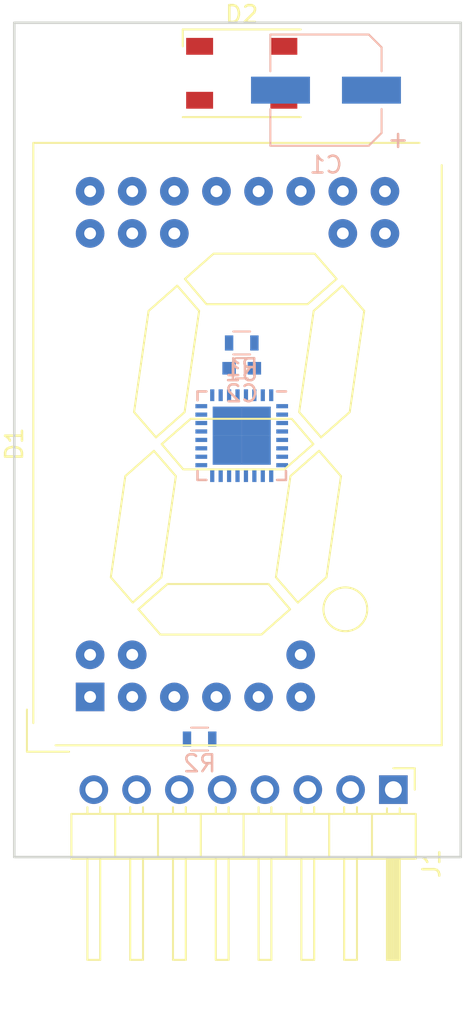
<source format=kicad_pcb>
(kicad_pcb (version 4) (host pcbnew 4.0.6)

  (general
    (links 45)
    (no_connects 45)
    (area 0 0 0 0)
    (thickness 1.6)
    (drawings 4)
    (tracks 0)
    (zones 0)
    (modules 8)
    (nets 34)
  )

  (page USLetter)
  (layers
    (0 F.Cu signal)
    (31 B.Cu signal)
    (32 B.Adhes user)
    (33 F.Adhes user)
    (34 B.Paste user)
    (35 F.Paste user)
    (36 B.SilkS user)
    (37 F.SilkS user)
    (38 B.Mask user)
    (39 F.Mask user)
    (40 Dwgs.User user)
    (41 Cmts.User user)
    (42 Eco1.User user)
    (43 Eco2.User user)
    (44 Edge.Cuts user)
    (45 Margin user)
    (46 B.CrtYd user)
    (47 F.CrtYd user)
    (48 B.Fab user)
    (49 F.Fab user)
  )

  (setup
    (last_trace_width 0.25)
    (trace_clearance 0.2)
    (zone_clearance 0.508)
    (zone_45_only no)
    (trace_min 0.2)
    (segment_width 0.2)
    (edge_width 0.15)
    (via_size 0.6)
    (via_drill 0.4)
    (via_min_size 0.4)
    (via_min_drill 0.3)
    (uvia_size 0.3)
    (uvia_drill 0.1)
    (uvias_allowed no)
    (uvia_min_size 0.2)
    (uvia_min_drill 0.1)
    (pcb_text_width 0.3)
    (pcb_text_size 1.5 1.5)
    (mod_edge_width 0.15)
    (mod_text_size 1 1)
    (mod_text_width 0.15)
    (pad_size 1.524 1.524)
    (pad_drill 0.762)
    (pad_to_mask_clearance 0.2)
    (aux_axis_origin 0 0)
    (visible_elements FFFFF77F)
    (pcbplotparams
      (layerselection 0x00030_80000001)
      (usegerberextensions false)
      (excludeedgelayer true)
      (linewidth 0.100000)
      (plotframeref false)
      (viasonmask false)
      (mode 1)
      (useauxorigin false)
      (hpglpennumber 1)
      (hpglpenspeed 20)
      (hpglpendiameter 15)
      (hpglpenoverlay 2)
      (psnegative false)
      (psa4output false)
      (plotreference true)
      (plotvalue true)
      (plotinvisibletext false)
      (padsonsilk false)
      (subtractmaskfromsilk false)
      (outputformat 1)
      (mirror false)
      (drillshape 1)
      (scaleselection 1)
      (outputdirectory ""))
  )

  (net 0 "")
  (net 1 /VLED)
  (net 2 GND)
  (net 3 VCC)
  (net 4 "Net-(D1-Pad1)")
  (net 5 "Net-(D1-Pad2)")
  (net 6 "Net-(D1-Pad3)")
  (net 7 "Net-(D1-Pad4)")
  (net 8 "Net-(D1-Pad5)")
  (net 9 "Net-(D1-Pad6)")
  (net 10 "Net-(D1-Pad9)")
  (net 11 "Net-(D1-Pad10)")
  (net 12 "Net-(D1-Pad11)")
  (net 13 "Net-(D1-Pad13)")
  (net 14 "Net-(D1-Pad14)")
  (net 15 "Net-(D1-Pad15)")
  (net 16 "Net-(D1-Pad16)")
  (net 17 "Net-(D1-Pad18)")
  (net 18 "Net-(D1-Pad19)")
  (net 19 "Net-(D1-Pad20)")
  (net 20 "Net-(D1-Pad21)")
  (net 21 "Net-(D1-Pad22)")
  (net 22 "Net-(D1-Pad23)")
  (net 23 "Net-(D1-Pad24)")
  (net 24 "Net-(D1-Pad25)")
  (net 25 "Net-(D2-Pad3)")
  (net 26 "Net-(D2-Pad4)")
  (net 27 "Net-(D2-Pad1)")
  (net 28 "Net-(J1-Pad1)")
  (net 29 "Net-(J1-Pad2)")
  (net 30 "Net-(J1-Pad3)")
  (net 31 "Net-(J1-Pad4)")
  (net 32 "Net-(J1-Pad5)")
  (net 33 "Net-(R1-Pad1)")

  (net_class Default "This is the default net class."
    (clearance 0.2)
    (trace_width 0.25)
    (via_dia 0.6)
    (via_drill 0.4)
    (uvia_dia 0.3)
    (uvia_drill 0.1)
    (add_net /VLED)
    (add_net GND)
    (add_net "Net-(D1-Pad1)")
    (add_net "Net-(D1-Pad10)")
    (add_net "Net-(D1-Pad11)")
    (add_net "Net-(D1-Pad13)")
    (add_net "Net-(D1-Pad14)")
    (add_net "Net-(D1-Pad15)")
    (add_net "Net-(D1-Pad16)")
    (add_net "Net-(D1-Pad18)")
    (add_net "Net-(D1-Pad19)")
    (add_net "Net-(D1-Pad2)")
    (add_net "Net-(D1-Pad20)")
    (add_net "Net-(D1-Pad21)")
    (add_net "Net-(D1-Pad22)")
    (add_net "Net-(D1-Pad23)")
    (add_net "Net-(D1-Pad24)")
    (add_net "Net-(D1-Pad25)")
    (add_net "Net-(D1-Pad3)")
    (add_net "Net-(D1-Pad4)")
    (add_net "Net-(D1-Pad5)")
    (add_net "Net-(D1-Pad6)")
    (add_net "Net-(D1-Pad9)")
    (add_net "Net-(D2-Pad1)")
    (add_net "Net-(D2-Pad3)")
    (add_net "Net-(D2-Pad4)")
    (add_net "Net-(J1-Pad1)")
    (add_net "Net-(J1-Pad2)")
    (add_net "Net-(J1-Pad3)")
    (add_net "Net-(J1-Pad4)")
    (add_net "Net-(J1-Pad5)")
    (add_net "Net-(R1-Pad1)")
    (add_net VCC)
  )

  (module Capacitors_SMD:CP_Elec_6.3x7.7 (layer B.Cu) (tedit 58AA8B76) (tstamp 59B82B97)
    (at 195 80 180)
    (descr "SMT capacitor, aluminium electrolytic, 6.3x7.7")
    (path /59B79947)
    (attr smd)
    (fp_text reference C1 (at 0 -4.43 180) (layer B.SilkS)
      (effects (font (size 1 1) (thickness 0.15)) (justify mirror))
    )
    (fp_text value 100uF (at 0 4.43 180) (layer B.Fab)
      (effects (font (size 1 1) (thickness 0.15)) (justify mirror))
    )
    (fp_circle (center 0 0) (end 0.5 -3) (layer B.Fab) (width 0.1))
    (fp_text user + (at -1.73 0.08 180) (layer B.Fab)
      (effects (font (size 1 1) (thickness 0.15)) (justify mirror))
    )
    (fp_text user + (at -4.28 -2.91 180) (layer B.SilkS)
      (effects (font (size 1 1) (thickness 0.15)) (justify mirror))
    )
    (fp_text user %R (at 0 -4.43 180) (layer B.Fab)
      (effects (font (size 1 1) (thickness 0.15)) (justify mirror))
    )
    (fp_line (start 3.15 -3.15) (end 3.15 3.15) (layer B.Fab) (width 0.1))
    (fp_line (start -2.48 -3.15) (end 3.15 -3.15) (layer B.Fab) (width 0.1))
    (fp_line (start -3.15 -2.48) (end -2.48 -3.15) (layer B.Fab) (width 0.1))
    (fp_line (start -3.15 2.48) (end -3.15 -2.48) (layer B.Fab) (width 0.1))
    (fp_line (start -2.48 3.15) (end -3.15 2.48) (layer B.Fab) (width 0.1))
    (fp_line (start 3.15 3.15) (end -2.48 3.15) (layer B.Fab) (width 0.1))
    (fp_line (start -3.3 -2.54) (end -3.3 -1.12) (layer B.SilkS) (width 0.12))
    (fp_line (start 3.3 -3.3) (end 3.3 -1.12) (layer B.SilkS) (width 0.12))
    (fp_line (start 3.3 3.3) (end 3.3 1.12) (layer B.SilkS) (width 0.12))
    (fp_line (start -3.3 2.54) (end -3.3 1.12) (layer B.SilkS) (width 0.12))
    (fp_line (start 3.3 -3.3) (end -2.54 -3.3) (layer B.SilkS) (width 0.12))
    (fp_line (start -2.54 -3.3) (end -3.3 -2.54) (layer B.SilkS) (width 0.12))
    (fp_line (start -3.3 2.54) (end -2.54 3.3) (layer B.SilkS) (width 0.12))
    (fp_line (start -2.54 3.3) (end 3.3 3.3) (layer B.SilkS) (width 0.12))
    (fp_line (start -4.7 3.4) (end 4.7 3.4) (layer B.CrtYd) (width 0.05))
    (fp_line (start -4.7 3.4) (end -4.7 -3.4) (layer B.CrtYd) (width 0.05))
    (fp_line (start 4.7 -3.4) (end 4.7 3.4) (layer B.CrtYd) (width 0.05))
    (fp_line (start 4.7 -3.4) (end -4.7 -3.4) (layer B.CrtYd) (width 0.05))
    (pad 1 smd rect (at -2.7 0) (size 3.5 1.6) (layers B.Cu B.Paste B.Mask)
      (net 1 /VLED))
    (pad 2 smd rect (at 2.7 0) (size 3.5 1.6) (layers B.Cu B.Paste B.Mask)
      (net 2 GND))
    (model Capacitors_SMD.3dshapes/CP_Elec_6.3x7.7.wrl
      (at (xyz 0 0 0))
      (scale (xyz 1 1 1))
      (rotate (xyz 0 0 180))
    )
  )

  (module Capacitors_SMD:C_0603 (layer B.Cu) (tedit 59958EE7) (tstamp 59B82B9D)
    (at 190 96.5)
    (descr "Capacitor SMD 0603, reflow soldering, AVX (see smccp.pdf)")
    (tags "capacitor 0603")
    (path /59B79BCD)
    (attr smd)
    (fp_text reference C2 (at 0 1.5) (layer B.SilkS)
      (effects (font (size 1 1) (thickness 0.15)) (justify mirror))
    )
    (fp_text value 0.1uF (at 0 -1.5) (layer B.Fab)
      (effects (font (size 1 1) (thickness 0.15)) (justify mirror))
    )
    (fp_line (start 1.4 -0.65) (end -1.4 -0.65) (layer B.CrtYd) (width 0.05))
    (fp_line (start 1.4 -0.65) (end 1.4 0.65) (layer B.CrtYd) (width 0.05))
    (fp_line (start -1.4 0.65) (end -1.4 -0.65) (layer B.CrtYd) (width 0.05))
    (fp_line (start -1.4 0.65) (end 1.4 0.65) (layer B.CrtYd) (width 0.05))
    (fp_line (start 0.35 -0.6) (end -0.35 -0.6) (layer B.SilkS) (width 0.12))
    (fp_line (start -0.35 0.6) (end 0.35 0.6) (layer B.SilkS) (width 0.12))
    (fp_line (start -0.8 0.4) (end 0.8 0.4) (layer B.Fab) (width 0.1))
    (fp_line (start 0.8 0.4) (end 0.8 -0.4) (layer B.Fab) (width 0.1))
    (fp_line (start 0.8 -0.4) (end -0.8 -0.4) (layer B.Fab) (width 0.1))
    (fp_line (start -0.8 -0.4) (end -0.8 0.4) (layer B.Fab) (width 0.1))
    (fp_text user %R (at 0 0) (layer B.Fab)
      (effects (font (size 0.3 0.3) (thickness 0.075)) (justify mirror))
    )
    (pad 2 smd rect (at 0.75 0) (size 0.8 0.75) (layers B.Cu B.Paste B.Mask)
      (net 2 GND))
    (pad 1 smd rect (at -0.75 0) (size 0.8 0.75) (layers B.Cu B.Paste B.Mask)
      (net 3 VCC))
    (model Capacitors_SMD.3dshapes/C_0603.wrl
      (at (xyz 0 0 0))
      (scale (xyz 1 1 1))
      (rotate (xyz 0 0 0))
    )
  )

  (module myLibrary:AD-121F2 (layer F.Cu) (tedit 59B759BA) (tstamp 59B82BB9)
    (at 181 116 90)
    (descr "Single Digit 7-segment RGB LED Display, 1-inch digit height, common anode, http://usasyck.com/products/AD-121F2_cat_e.pdf")
    (tags "RGB LED digit")
    (path /59B77441)
    (fp_text reference D1 (at 15 -4.5 90) (layer F.SilkS)
      (effects (font (size 1 1) (thickness 0.15)))
    )
    (fp_text value AD-121F2 (at 15 22 90) (layer F.Fab)
      (effects (font (size 1 1) (thickness 0.15)))
    )
    (fp_circle (center 5.2 15.15) (end 6.5 15.15) (layer F.SilkS) (width 0.12))
    (fp_line (start 32.75 -3.25) (end 32.75 20.75) (layer F.Fab) (width 0.1))
    (fp_line (start 32.75 20.75) (end -2.75 20.75) (layer F.Fab) (width 0.1))
    (fp_line (start -2.75 20.75) (end -2.75 -1.25) (layer F.Fab) (width 0.1))
    (fp_line (start -2.75 -1.25) (end -0.75 -3.25) (layer F.Fab) (width 0.1))
    (fp_line (start -0.75 -3.25) (end 32.75 -3.25) (layer F.Fab) (width 0.1))
    (fp_line (start -1.55 -3.37) (end 32.87 -3.37) (layer F.SilkS) (width 0.12))
    (fp_line (start 32.87 -3.37) (end 32.87 19.55) (layer F.SilkS) (width 0.12))
    (fp_line (start 31.55 20.87) (end -2.87 20.87) (layer F.SilkS) (width 0.12))
    (fp_line (start -2.87 20.87) (end -2.87 -2.05) (layer F.SilkS) (width 0.12))
    (fp_line (start -3.25 -1.25) (end -3.25 -3.75) (layer F.SilkS) (width 0.12))
    (fp_line (start -3.25 -3.75) (end -0.75 -3.75) (layer F.SilkS) (width 0.12))
    (fp_line (start 24.8 5.63) (end 26.3 7.33) (layer F.SilkS) (width 0.12))
    (fp_line (start 26.3 7.33) (end 26.3 13.33) (layer F.SilkS) (width 0.12))
    (fp_line (start 26.3 13.33) (end 24.8 14.63) (layer F.SilkS) (width 0.12))
    (fp_line (start 24.8 14.63) (end 23.3 12.91) (layer F.SilkS) (width 0.12))
    (fp_line (start 23.3 12.91) (end 23.3 6.91) (layer F.SilkS) (width 0.12))
    (fp_line (start 23.3 6.91) (end 24.8 5.63) (layer F.SilkS) (width 0.12))
    (fp_line (start 24.8 5.63) (end 24.8 5.63) (layer F.SilkS) (width 0.12))
    (fp_line (start 15.4 13.71) (end 16.9 15.41) (layer F.SilkS) (width 0.12))
    (fp_line (start 16.9 15.41) (end 22.9 16.27) (layer F.SilkS) (width 0.12))
    (fp_line (start 22.9 16.27) (end 24.4 14.97) (layer F.SilkS) (width 0.12))
    (fp_line (start 24.4 14.97) (end 22.9 13.27) (layer F.SilkS) (width 0.12))
    (fp_line (start 22.9 13.27) (end 16.9 12.41) (layer F.SilkS) (width 0.12))
    (fp_line (start 16.9 12.41) (end 15.4 13.71) (layer F.SilkS) (width 0.12))
    (fp_line (start 15.4 13.71) (end 15.4 13.71) (layer F.SilkS) (width 0.12))
    (fp_line (start 5.6 12.33) (end 7.1 14.03) (layer F.SilkS) (width 0.12))
    (fp_line (start 7.1 14.03) (end 13.1 14.89) (layer F.SilkS) (width 0.12))
    (fp_line (start 13.1 14.89) (end 14.6 13.59) (layer F.SilkS) (width 0.12))
    (fp_line (start 14.6 13.59) (end 13.1 11.89) (layer F.SilkS) (width 0.12))
    (fp_line (start 13.1 11.89) (end 7.1 11.03) (layer F.SilkS) (width 0.12))
    (fp_line (start 7.1 11.03) (end 5.6 12.33) (layer F.SilkS) (width 0.12))
    (fp_line (start 5.6 12.33) (end 5.6 12.33) (layer F.SilkS) (width 0.12))
    (fp_line (start 5.2 2.87) (end 6.7 4.59) (layer F.SilkS) (width 0.12))
    (fp_line (start 6.7 4.59) (end 6.7 10.59) (layer F.SilkS) (width 0.12))
    (fp_line (start 6.7 10.59) (end 5.2 11.87) (layer F.SilkS) (width 0.12))
    (fp_line (start 5.2 11.87) (end 3.7 10.17) (layer F.SilkS) (width 0.12))
    (fp_line (start 3.7 10.17) (end 3.7 4.17) (layer F.SilkS) (width 0.12))
    (fp_line (start 3.7 4.17) (end 5.2 2.87) (layer F.SilkS) (width 0.12))
    (fp_line (start 5.2 2.87) (end 5.2 2.87) (layer F.SilkS) (width 0.12))
    (fp_line (start 5.6 2.53) (end 7.1 4.23) (layer F.SilkS) (width 0.12))
    (fp_line (start 7.1 4.23) (end 13.1 5.09) (layer F.SilkS) (width 0.12))
    (fp_line (start 13.1 5.09) (end 14.6 3.79) (layer F.SilkS) (width 0.12))
    (fp_line (start 14.6 3.79) (end 13.1 2.09) (layer F.SilkS) (width 0.12))
    (fp_line (start 13.1 2.09) (end 7.1 1.23) (layer F.SilkS) (width 0.12))
    (fp_line (start 7.1 1.23) (end 5.6 2.53) (layer F.SilkS) (width 0.12))
    (fp_line (start 5.6 2.53) (end 5.6 2.53) (layer F.SilkS) (width 0.12))
    (fp_line (start 15.4 3.91) (end 16.9 5.61) (layer F.SilkS) (width 0.12))
    (fp_line (start 16.9 5.61) (end 22.9 6.47) (layer F.SilkS) (width 0.12))
    (fp_line (start 22.9 6.47) (end 24.4 5.17) (layer F.SilkS) (width 0.12))
    (fp_line (start 24.4 5.17) (end 22.9 3.47) (layer F.SilkS) (width 0.12))
    (fp_line (start 22.9 3.47) (end 16.9 2.61) (layer F.SilkS) (width 0.12))
    (fp_line (start 16.9 2.61) (end 15.4 3.91) (layer F.SilkS) (width 0.12))
    (fp_line (start 15.4 3.91) (end 15.4 3.91) (layer F.SilkS) (width 0.12))
    (fp_line (start 15 4.25) (end 16.5 5.97) (layer F.SilkS) (width 0.12))
    (fp_line (start 16.5 5.97) (end 16.5 11.97) (layer F.SilkS) (width 0.12))
    (fp_line (start 16.5 11.97) (end 15 13.25) (layer F.SilkS) (width 0.12))
    (fp_line (start 15 13.25) (end 13.5 11.53) (layer F.SilkS) (width 0.12))
    (fp_line (start 13.5 11.53) (end 13.5 5.53) (layer F.SilkS) (width 0.12))
    (fp_line (start 13.5 5.53) (end 15 4.25) (layer F.SilkS) (width 0.12))
    (fp_line (start 15 4.25) (end 15 4.25) (layer F.SilkS) (width 0.12))
    (fp_line (start -3 -3.5) (end -3 21) (layer F.CrtYd) (width 0.05))
    (fp_line (start -3 21) (end 33 21) (layer F.CrtYd) (width 0.05))
    (fp_line (start 33 21) (end 33 -3.5) (layer F.CrtYd) (width 0.05))
    (fp_line (start 33 -3.5) (end -3 -3.5) (layer F.CrtYd) (width 0.05))
    (fp_text user %R (at 15 8.75 90) (layer F.Fab)
      (effects (font (size 1 1) (thickness 0.15)))
    )
    (pad 1 thru_hole rect (at 0 0 90) (size 1.7 1.7) (drill 0.7) (layers *.Cu *.Mask)
      (net 4 "Net-(D1-Pad1)"))
    (pad 2 thru_hole circle (at 0 2.5 90) (size 1.7 1.7) (drill 0.7) (layers *.Cu *.Mask)
      (net 5 "Net-(D1-Pad2)"))
    (pad 3 thru_hole circle (at 0 5 90) (size 1.7 1.7) (drill 0.7) (layers *.Cu *.Mask)
      (net 6 "Net-(D1-Pad3)"))
    (pad 4 thru_hole circle (at 0 7.5 90) (size 1.7 1.7) (drill 0.7) (layers *.Cu *.Mask)
      (net 7 "Net-(D1-Pad4)"))
    (pad 5 thru_hole circle (at 0 10 90) (size 1.7 1.7) (drill 0.7) (layers *.Cu *.Mask)
      (net 8 "Net-(D1-Pad5)"))
    (pad 6 thru_hole circle (at 0 12.5 90) (size 1.7 1.7) (drill 0.7) (layers *.Cu *.Mask)
      (net 9 "Net-(D1-Pad6)"))
    (pad 9 thru_hole circle (at 2.5 0 90) (size 1.7 1.7) (drill 0.7) (layers *.Cu *.Mask)
      (net 10 "Net-(D1-Pad9)"))
    (pad 10 thru_hole circle (at 2.5 2.5 90) (size 1.7 1.7) (drill 0.7) (layers *.Cu *.Mask)
      (net 11 "Net-(D1-Pad10)"))
    (pad 11 thru_hole circle (at 2.5 12.5 90) (size 1.7 1.7) (drill 0.7) (layers *.Cu *.Mask)
      (net 12 "Net-(D1-Pad11)"))
    (pad 13 thru_hole circle (at 27.5 0 90) (size 1.7 1.7) (drill 0.7) (layers *.Cu *.Mask)
      (net 13 "Net-(D1-Pad13)"))
    (pad 14 thru_hole circle (at 27.5 2.5 90) (size 1.7 1.7) (drill 0.7) (layers *.Cu *.Mask)
      (net 14 "Net-(D1-Pad14)"))
    (pad 15 thru_hole circle (at 27.5 5 90) (size 1.7 1.7) (drill 0.7) (layers *.Cu *.Mask)
      (net 15 "Net-(D1-Pad15)"))
    (pad 16 thru_hole circle (at 27.5 15 90) (size 1.7 1.7) (drill 0.7) (layers *.Cu *.Mask)
      (net 16 "Net-(D1-Pad16)"))
    (pad 17 thru_hole circle (at 27.5 17.5 90) (size 1.7 1.7) (drill 0.7) (layers *.Cu *.Mask)
      (net 1 /VLED))
    (pad 18 thru_hole circle (at 30 0 90) (size 1.7 1.7) (drill 0.7) (layers *.Cu *.Mask)
      (net 17 "Net-(D1-Pad18)"))
    (pad 19 thru_hole circle (at 30 2.5 90) (size 1.7 1.7) (drill 0.7) (layers *.Cu *.Mask)
      (net 18 "Net-(D1-Pad19)"))
    (pad 20 thru_hole circle (at 30 5 90) (size 1.7 1.7) (drill 0.7) (layers *.Cu *.Mask)
      (net 19 "Net-(D1-Pad20)"))
    (pad 21 thru_hole circle (at 30 7.5 90) (size 1.7 1.7) (drill 0.7) (layers *.Cu *.Mask)
      (net 20 "Net-(D1-Pad21)"))
    (pad 22 thru_hole circle (at 30 10 90) (size 1.7 1.7) (drill 0.7) (layers *.Cu *.Mask)
      (net 21 "Net-(D1-Pad22)"))
    (pad 23 thru_hole circle (at 30 12.5 90) (size 1.7 1.7) (drill 0.7) (layers *.Cu *.Mask)
      (net 22 "Net-(D1-Pad23)"))
    (pad 24 thru_hole circle (at 30 15 90) (size 1.7 1.7) (drill 0.7) (layers *.Cu *.Mask)
      (net 23 "Net-(D1-Pad24)"))
    (pad 25 thru_hole circle (at 30 17.5 90) (size 1.7 1.7) (drill 0.7) (layers *.Cu *.Mask)
      (net 24 "Net-(D1-Pad25)"))
    (pad "" np_thru_hole circle (at -2.25 -2.75 90) (size 1.2 1.2) (drill 1.2) (layers *.Cu *.Mask))
    (pad "" np_thru_hole circle (at 32.25 20.25 90) (size 1.2 1.2) (drill 1.2) (layers *.Cu *.Mask))
    (model ${KISYS3DMOD}/Displays_7-Segment.3dshapes/AD-121F2.wrl
      (at (xyz 0 0 0))
      (scale (xyz 1 1 1))
      (rotate (xyz 0 0 0))
    )
  )

  (module LEDs:LED_Cree-PLCC4 (layer F.Cu) (tedit 587A6E6E) (tstamp 59B82BC1)
    (at 190 79)
    (descr http://www.cree.com/~/media/Files/Cree/LED-Components-and-Modules/HB/Data-Sheets/CLMVBFKA.pdf)
    (tags "LED Cree PLCC-4")
    (path /59B77822)
    (attr smd)
    (fp_text reference D2 (at 0 -3.5) (layer F.SilkS)
      (effects (font (size 1 1) (thickness 0.15)))
    )
    (fp_text value LED_RABG (at 0 4) (layer F.Fab)
      (effects (font (size 1 1) (thickness 0.15)))
    )
    (fp_line (start 3.75 -2.85) (end -3.75 -2.85) (layer F.CrtYd) (width 0.05))
    (fp_line (start 3.75 2.85) (end 3.75 -2.85) (layer F.CrtYd) (width 0.05))
    (fp_line (start -3.75 2.85) (end 3.75 2.85) (layer F.CrtYd) (width 0.05))
    (fp_line (start -3.75 -2.85) (end -3.75 2.85) (layer F.CrtYd) (width 0.05))
    (fp_line (start -1.5 -2.5) (end -2.5 -1.5) (layer F.Fab) (width 0.1))
    (fp_line (start -2.5 -2.5) (end -2.5 2.5) (layer F.Fab) (width 0.1))
    (fp_line (start -2.5 2.5) (end 2.5 2.5) (layer F.Fab) (width 0.1))
    (fp_line (start 2.5 2.5) (end 2.5 -2.5) (layer F.Fab) (width 0.1))
    (fp_line (start 2.5 -2.5) (end -2.5 -2.5) (layer F.Fab) (width 0.1))
    (fp_line (start -3.5 -2.6) (end 3.5 -2.6) (layer F.SilkS) (width 0.12))
    (fp_line (start -3.5 2.6) (end 3.5 2.6) (layer F.SilkS) (width 0.12))
    (fp_line (start -3.5 -1.6) (end -3.5 -2.6) (layer F.SilkS) (width 0.12))
    (fp_circle (center 0 0) (end 0 -2) (layer F.Fab) (width 0.1))
    (fp_text user %R (at 0 0) (layer F.Fab)
      (effects (font (size 1 1) (thickness 0.1)))
    )
    (pad 3 smd rect (at 2.5 1.6) (size 1.6 1) (layers F.Cu F.Paste F.Mask)
      (net 25 "Net-(D2-Pad3)"))
    (pad 2 smd rect (at 2.5 -1.6) (size 1.6 1) (layers F.Cu F.Paste F.Mask)
      (net 1 /VLED))
    (pad 4 smd rect (at -2.5 1.6) (size 1.6 1) (layers F.Cu F.Paste F.Mask)
      (net 26 "Net-(D2-Pad4)"))
    (pad 1 smd rect (at -2.5 -1.6) (size 1.6 1) (layers F.Cu F.Paste F.Mask)
      (net 27 "Net-(D2-Pad1)"))
    (model ${KISYS3DMOD}/LEDs.3dshapes/LED_Cree-PLCC4.wrl
      (at (xyz 0 0 0))
      (scale (xyz 0.39 0.39 0.39))
      (rotate (xyz 0 0 0))
    )
  )

  (module Pin_Headers:Pin_Header_Angled_1x08_Pitch2.54mm (layer F.Cu) (tedit 59650532) (tstamp 59B82C42)
    (at 199 121.5 270)
    (descr "Through hole angled pin header, 1x08, 2.54mm pitch, 6mm pin length, single row")
    (tags "Through hole angled pin header THT 1x08 2.54mm single row")
    (path /59B77FB5)
    (fp_text reference J1 (at 4.385 -2.27 270) (layer F.SilkS)
      (effects (font (size 1 1) (thickness 0.15)))
    )
    (fp_text value RGB7Breakout_Connector (at 4.385 20.05 270) (layer F.Fab)
      (effects (font (size 1 1) (thickness 0.15)))
    )
    (fp_line (start 2.135 -1.27) (end 4.04 -1.27) (layer F.Fab) (width 0.1))
    (fp_line (start 4.04 -1.27) (end 4.04 19.05) (layer F.Fab) (width 0.1))
    (fp_line (start 4.04 19.05) (end 1.5 19.05) (layer F.Fab) (width 0.1))
    (fp_line (start 1.5 19.05) (end 1.5 -0.635) (layer F.Fab) (width 0.1))
    (fp_line (start 1.5 -0.635) (end 2.135 -1.27) (layer F.Fab) (width 0.1))
    (fp_line (start -0.32 -0.32) (end 1.5 -0.32) (layer F.Fab) (width 0.1))
    (fp_line (start -0.32 -0.32) (end -0.32 0.32) (layer F.Fab) (width 0.1))
    (fp_line (start -0.32 0.32) (end 1.5 0.32) (layer F.Fab) (width 0.1))
    (fp_line (start 4.04 -0.32) (end 10.04 -0.32) (layer F.Fab) (width 0.1))
    (fp_line (start 10.04 -0.32) (end 10.04 0.32) (layer F.Fab) (width 0.1))
    (fp_line (start 4.04 0.32) (end 10.04 0.32) (layer F.Fab) (width 0.1))
    (fp_line (start -0.32 2.22) (end 1.5 2.22) (layer F.Fab) (width 0.1))
    (fp_line (start -0.32 2.22) (end -0.32 2.86) (layer F.Fab) (width 0.1))
    (fp_line (start -0.32 2.86) (end 1.5 2.86) (layer F.Fab) (width 0.1))
    (fp_line (start 4.04 2.22) (end 10.04 2.22) (layer F.Fab) (width 0.1))
    (fp_line (start 10.04 2.22) (end 10.04 2.86) (layer F.Fab) (width 0.1))
    (fp_line (start 4.04 2.86) (end 10.04 2.86) (layer F.Fab) (width 0.1))
    (fp_line (start -0.32 4.76) (end 1.5 4.76) (layer F.Fab) (width 0.1))
    (fp_line (start -0.32 4.76) (end -0.32 5.4) (layer F.Fab) (width 0.1))
    (fp_line (start -0.32 5.4) (end 1.5 5.4) (layer F.Fab) (width 0.1))
    (fp_line (start 4.04 4.76) (end 10.04 4.76) (layer F.Fab) (width 0.1))
    (fp_line (start 10.04 4.76) (end 10.04 5.4) (layer F.Fab) (width 0.1))
    (fp_line (start 4.04 5.4) (end 10.04 5.4) (layer F.Fab) (width 0.1))
    (fp_line (start -0.32 7.3) (end 1.5 7.3) (layer F.Fab) (width 0.1))
    (fp_line (start -0.32 7.3) (end -0.32 7.94) (layer F.Fab) (width 0.1))
    (fp_line (start -0.32 7.94) (end 1.5 7.94) (layer F.Fab) (width 0.1))
    (fp_line (start 4.04 7.3) (end 10.04 7.3) (layer F.Fab) (width 0.1))
    (fp_line (start 10.04 7.3) (end 10.04 7.94) (layer F.Fab) (width 0.1))
    (fp_line (start 4.04 7.94) (end 10.04 7.94) (layer F.Fab) (width 0.1))
    (fp_line (start -0.32 9.84) (end 1.5 9.84) (layer F.Fab) (width 0.1))
    (fp_line (start -0.32 9.84) (end -0.32 10.48) (layer F.Fab) (width 0.1))
    (fp_line (start -0.32 10.48) (end 1.5 10.48) (layer F.Fab) (width 0.1))
    (fp_line (start 4.04 9.84) (end 10.04 9.84) (layer F.Fab) (width 0.1))
    (fp_line (start 10.04 9.84) (end 10.04 10.48) (layer F.Fab) (width 0.1))
    (fp_line (start 4.04 10.48) (end 10.04 10.48) (layer F.Fab) (width 0.1))
    (fp_line (start -0.32 12.38) (end 1.5 12.38) (layer F.Fab) (width 0.1))
    (fp_line (start -0.32 12.38) (end -0.32 13.02) (layer F.Fab) (width 0.1))
    (fp_line (start -0.32 13.02) (end 1.5 13.02) (layer F.Fab) (width 0.1))
    (fp_line (start 4.04 12.38) (end 10.04 12.38) (layer F.Fab) (width 0.1))
    (fp_line (start 10.04 12.38) (end 10.04 13.02) (layer F.Fab) (width 0.1))
    (fp_line (start 4.04 13.02) (end 10.04 13.02) (layer F.Fab) (width 0.1))
    (fp_line (start -0.32 14.92) (end 1.5 14.92) (layer F.Fab) (width 0.1))
    (fp_line (start -0.32 14.92) (end -0.32 15.56) (layer F.Fab) (width 0.1))
    (fp_line (start -0.32 15.56) (end 1.5 15.56) (layer F.Fab) (width 0.1))
    (fp_line (start 4.04 14.92) (end 10.04 14.92) (layer F.Fab) (width 0.1))
    (fp_line (start 10.04 14.92) (end 10.04 15.56) (layer F.Fab) (width 0.1))
    (fp_line (start 4.04 15.56) (end 10.04 15.56) (layer F.Fab) (width 0.1))
    (fp_line (start -0.32 17.46) (end 1.5 17.46) (layer F.Fab) (width 0.1))
    (fp_line (start -0.32 17.46) (end -0.32 18.1) (layer F.Fab) (width 0.1))
    (fp_line (start -0.32 18.1) (end 1.5 18.1) (layer F.Fab) (width 0.1))
    (fp_line (start 4.04 17.46) (end 10.04 17.46) (layer F.Fab) (width 0.1))
    (fp_line (start 10.04 17.46) (end 10.04 18.1) (layer F.Fab) (width 0.1))
    (fp_line (start 4.04 18.1) (end 10.04 18.1) (layer F.Fab) (width 0.1))
    (fp_line (start 1.44 -1.33) (end 1.44 19.11) (layer F.SilkS) (width 0.12))
    (fp_line (start 1.44 19.11) (end 4.1 19.11) (layer F.SilkS) (width 0.12))
    (fp_line (start 4.1 19.11) (end 4.1 -1.33) (layer F.SilkS) (width 0.12))
    (fp_line (start 4.1 -1.33) (end 1.44 -1.33) (layer F.SilkS) (width 0.12))
    (fp_line (start 4.1 -0.38) (end 10.1 -0.38) (layer F.SilkS) (width 0.12))
    (fp_line (start 10.1 -0.38) (end 10.1 0.38) (layer F.SilkS) (width 0.12))
    (fp_line (start 10.1 0.38) (end 4.1 0.38) (layer F.SilkS) (width 0.12))
    (fp_line (start 4.1 -0.32) (end 10.1 -0.32) (layer F.SilkS) (width 0.12))
    (fp_line (start 4.1 -0.2) (end 10.1 -0.2) (layer F.SilkS) (width 0.12))
    (fp_line (start 4.1 -0.08) (end 10.1 -0.08) (layer F.SilkS) (width 0.12))
    (fp_line (start 4.1 0.04) (end 10.1 0.04) (layer F.SilkS) (width 0.12))
    (fp_line (start 4.1 0.16) (end 10.1 0.16) (layer F.SilkS) (width 0.12))
    (fp_line (start 4.1 0.28) (end 10.1 0.28) (layer F.SilkS) (width 0.12))
    (fp_line (start 1.11 -0.38) (end 1.44 -0.38) (layer F.SilkS) (width 0.12))
    (fp_line (start 1.11 0.38) (end 1.44 0.38) (layer F.SilkS) (width 0.12))
    (fp_line (start 1.44 1.27) (end 4.1 1.27) (layer F.SilkS) (width 0.12))
    (fp_line (start 4.1 2.16) (end 10.1 2.16) (layer F.SilkS) (width 0.12))
    (fp_line (start 10.1 2.16) (end 10.1 2.92) (layer F.SilkS) (width 0.12))
    (fp_line (start 10.1 2.92) (end 4.1 2.92) (layer F.SilkS) (width 0.12))
    (fp_line (start 1.042929 2.16) (end 1.44 2.16) (layer F.SilkS) (width 0.12))
    (fp_line (start 1.042929 2.92) (end 1.44 2.92) (layer F.SilkS) (width 0.12))
    (fp_line (start 1.44 3.81) (end 4.1 3.81) (layer F.SilkS) (width 0.12))
    (fp_line (start 4.1 4.7) (end 10.1 4.7) (layer F.SilkS) (width 0.12))
    (fp_line (start 10.1 4.7) (end 10.1 5.46) (layer F.SilkS) (width 0.12))
    (fp_line (start 10.1 5.46) (end 4.1 5.46) (layer F.SilkS) (width 0.12))
    (fp_line (start 1.042929 4.7) (end 1.44 4.7) (layer F.SilkS) (width 0.12))
    (fp_line (start 1.042929 5.46) (end 1.44 5.46) (layer F.SilkS) (width 0.12))
    (fp_line (start 1.44 6.35) (end 4.1 6.35) (layer F.SilkS) (width 0.12))
    (fp_line (start 4.1 7.24) (end 10.1 7.24) (layer F.SilkS) (width 0.12))
    (fp_line (start 10.1 7.24) (end 10.1 8) (layer F.SilkS) (width 0.12))
    (fp_line (start 10.1 8) (end 4.1 8) (layer F.SilkS) (width 0.12))
    (fp_line (start 1.042929 7.24) (end 1.44 7.24) (layer F.SilkS) (width 0.12))
    (fp_line (start 1.042929 8) (end 1.44 8) (layer F.SilkS) (width 0.12))
    (fp_line (start 1.44 8.89) (end 4.1 8.89) (layer F.SilkS) (width 0.12))
    (fp_line (start 4.1 9.78) (end 10.1 9.78) (layer F.SilkS) (width 0.12))
    (fp_line (start 10.1 9.78) (end 10.1 10.54) (layer F.SilkS) (width 0.12))
    (fp_line (start 10.1 10.54) (end 4.1 10.54) (layer F.SilkS) (width 0.12))
    (fp_line (start 1.042929 9.78) (end 1.44 9.78) (layer F.SilkS) (width 0.12))
    (fp_line (start 1.042929 10.54) (end 1.44 10.54) (layer F.SilkS) (width 0.12))
    (fp_line (start 1.44 11.43) (end 4.1 11.43) (layer F.SilkS) (width 0.12))
    (fp_line (start 4.1 12.32) (end 10.1 12.32) (layer F.SilkS) (width 0.12))
    (fp_line (start 10.1 12.32) (end 10.1 13.08) (layer F.SilkS) (width 0.12))
    (fp_line (start 10.1 13.08) (end 4.1 13.08) (layer F.SilkS) (width 0.12))
    (fp_line (start 1.042929 12.32) (end 1.44 12.32) (layer F.SilkS) (width 0.12))
    (fp_line (start 1.042929 13.08) (end 1.44 13.08) (layer F.SilkS) (width 0.12))
    (fp_line (start 1.44 13.97) (end 4.1 13.97) (layer F.SilkS) (width 0.12))
    (fp_line (start 4.1 14.86) (end 10.1 14.86) (layer F.SilkS) (width 0.12))
    (fp_line (start 10.1 14.86) (end 10.1 15.62) (layer F.SilkS) (width 0.12))
    (fp_line (start 10.1 15.62) (end 4.1 15.62) (layer F.SilkS) (width 0.12))
    (fp_line (start 1.042929 14.86) (end 1.44 14.86) (layer F.SilkS) (width 0.12))
    (fp_line (start 1.042929 15.62) (end 1.44 15.62) (layer F.SilkS) (width 0.12))
    (fp_line (start 1.44 16.51) (end 4.1 16.51) (layer F.SilkS) (width 0.12))
    (fp_line (start 4.1 17.4) (end 10.1 17.4) (layer F.SilkS) (width 0.12))
    (fp_line (start 10.1 17.4) (end 10.1 18.16) (layer F.SilkS) (width 0.12))
    (fp_line (start 10.1 18.16) (end 4.1 18.16) (layer F.SilkS) (width 0.12))
    (fp_line (start 1.042929 17.4) (end 1.44 17.4) (layer F.SilkS) (width 0.12))
    (fp_line (start 1.042929 18.16) (end 1.44 18.16) (layer F.SilkS) (width 0.12))
    (fp_line (start -1.27 0) (end -1.27 -1.27) (layer F.SilkS) (width 0.12))
    (fp_line (start -1.27 -1.27) (end 0 -1.27) (layer F.SilkS) (width 0.12))
    (fp_line (start -1.8 -1.8) (end -1.8 19.55) (layer F.CrtYd) (width 0.05))
    (fp_line (start -1.8 19.55) (end 10.55 19.55) (layer F.CrtYd) (width 0.05))
    (fp_line (start 10.55 19.55) (end 10.55 -1.8) (layer F.CrtYd) (width 0.05))
    (fp_line (start 10.55 -1.8) (end -1.8 -1.8) (layer F.CrtYd) (width 0.05))
    (fp_text user %R (at 2.77 8.89 360) (layer F.Fab)
      (effects (font (size 1 1) (thickness 0.15)))
    )
    (pad 1 thru_hole rect (at 0 0 270) (size 1.7 1.7) (drill 1) (layers *.Cu *.Mask)
      (net 28 "Net-(J1-Pad1)"))
    (pad 2 thru_hole oval (at 0 2.54 270) (size 1.7 1.7) (drill 1) (layers *.Cu *.Mask)
      (net 29 "Net-(J1-Pad2)"))
    (pad 3 thru_hole oval (at 0 5.08 270) (size 1.7 1.7) (drill 1) (layers *.Cu *.Mask)
      (net 30 "Net-(J1-Pad3)"))
    (pad 4 thru_hole oval (at 0 7.62 270) (size 1.7 1.7) (drill 1) (layers *.Cu *.Mask)
      (net 31 "Net-(J1-Pad4)"))
    (pad 5 thru_hole oval (at 0 10.16 270) (size 1.7 1.7) (drill 1) (layers *.Cu *.Mask)
      (net 32 "Net-(J1-Pad5)"))
    (pad 6 thru_hole oval (at 0 12.7 270) (size 1.7 1.7) (drill 1) (layers *.Cu *.Mask)
      (net 2 GND))
    (pad 7 thru_hole oval (at 0 15.24 270) (size 1.7 1.7) (drill 1) (layers *.Cu *.Mask)
      (net 3 VCC))
    (pad 8 thru_hole oval (at 0 17.78 270) (size 1.7 1.7) (drill 1) (layers *.Cu *.Mask)
      (net 1 /VLED))
    (model ${KISYS3DMOD}/Pin_Headers.3dshapes/Pin_Header_Angled_1x08_Pitch2.54mm.wrl
      (at (xyz 0 0 0))
      (scale (xyz 1 1 1))
      (rotate (xyz 0 0 0))
    )
  )

  (module Resistors_SMD:R_0603 (layer B.Cu) (tedit 58E0A804) (tstamp 59B82C48)
    (at 190 95)
    (descr "Resistor SMD 0603, reflow soldering, Vishay (see dcrcw.pdf)")
    (tags "resistor 0603")
    (path /59B782F7)
    (attr smd)
    (fp_text reference R1 (at 0 1.45) (layer B.SilkS)
      (effects (font (size 1 1) (thickness 0.15)) (justify mirror))
    )
    (fp_text value 2.49k (at 0 -1.5) (layer B.Fab)
      (effects (font (size 1 1) (thickness 0.15)) (justify mirror))
    )
    (fp_text user %R (at 0 0) (layer B.Fab)
      (effects (font (size 0.4 0.4) (thickness 0.075)) (justify mirror))
    )
    (fp_line (start -0.8 -0.4) (end -0.8 0.4) (layer B.Fab) (width 0.1))
    (fp_line (start 0.8 -0.4) (end -0.8 -0.4) (layer B.Fab) (width 0.1))
    (fp_line (start 0.8 0.4) (end 0.8 -0.4) (layer B.Fab) (width 0.1))
    (fp_line (start -0.8 0.4) (end 0.8 0.4) (layer B.Fab) (width 0.1))
    (fp_line (start 0.5 -0.68) (end -0.5 -0.68) (layer B.SilkS) (width 0.12))
    (fp_line (start -0.5 0.68) (end 0.5 0.68) (layer B.SilkS) (width 0.12))
    (fp_line (start -1.25 0.7) (end 1.25 0.7) (layer B.CrtYd) (width 0.05))
    (fp_line (start -1.25 0.7) (end -1.25 -0.7) (layer B.CrtYd) (width 0.05))
    (fp_line (start 1.25 -0.7) (end 1.25 0.7) (layer B.CrtYd) (width 0.05))
    (fp_line (start 1.25 -0.7) (end -1.25 -0.7) (layer B.CrtYd) (width 0.05))
    (pad 1 smd rect (at -0.75 0) (size 0.5 0.9) (layers B.Cu B.Paste B.Mask)
      (net 33 "Net-(R1-Pad1)"))
    (pad 2 smd rect (at 0.75 0) (size 0.5 0.9) (layers B.Cu B.Paste B.Mask)
      (net 2 GND))
    (model ${KISYS3DMOD}/Resistors_SMD.3dshapes/R_0603.wrl
      (at (xyz 0 0 0))
      (scale (xyz 1 1 1))
      (rotate (xyz 0 0 0))
    )
  )

  (module Resistors_SMD:R_0603 (layer B.Cu) (tedit 58E0A804) (tstamp 59B82C4E)
    (at 187.5 118.5)
    (descr "Resistor SMD 0603, reflow soldering, Vishay (see dcrcw.pdf)")
    (tags "resistor 0603")
    (path /59B7A418)
    (attr smd)
    (fp_text reference R2 (at 0 1.45) (layer B.SilkS)
      (effects (font (size 1 1) (thickness 0.15)) (justify mirror))
    )
    (fp_text value 10k (at 0 -1.5) (layer B.Fab)
      (effects (font (size 1 1) (thickness 0.15)) (justify mirror))
    )
    (fp_text user %R (at 0 0) (layer B.Fab)
      (effects (font (size 0.4 0.4) (thickness 0.075)) (justify mirror))
    )
    (fp_line (start -0.8 -0.4) (end -0.8 0.4) (layer B.Fab) (width 0.1))
    (fp_line (start 0.8 -0.4) (end -0.8 -0.4) (layer B.Fab) (width 0.1))
    (fp_line (start 0.8 0.4) (end 0.8 -0.4) (layer B.Fab) (width 0.1))
    (fp_line (start -0.8 0.4) (end 0.8 0.4) (layer B.Fab) (width 0.1))
    (fp_line (start 0.5 -0.68) (end -0.5 -0.68) (layer B.SilkS) (width 0.12))
    (fp_line (start -0.5 0.68) (end 0.5 0.68) (layer B.SilkS) (width 0.12))
    (fp_line (start -1.25 0.7) (end 1.25 0.7) (layer B.CrtYd) (width 0.05))
    (fp_line (start -1.25 0.7) (end -1.25 -0.7) (layer B.CrtYd) (width 0.05))
    (fp_line (start 1.25 -0.7) (end 1.25 0.7) (layer B.CrtYd) (width 0.05))
    (fp_line (start 1.25 -0.7) (end -1.25 -0.7) (layer B.CrtYd) (width 0.05))
    (pad 1 smd rect (at -0.75 0) (size 0.5 0.9) (layers B.Cu B.Paste B.Mask)
      (net 32 "Net-(J1-Pad5)"))
    (pad 2 smd rect (at 0.75 0) (size 0.5 0.9) (layers B.Cu B.Paste B.Mask)
      (net 2 GND))
    (model ${KISYS3DMOD}/Resistors_SMD.3dshapes/R_0603.wrl
      (at (xyz 0 0 0))
      (scale (xyz 1 1 1))
      (rotate (xyz 0 0 0))
    )
  )

  (module Housings_DFN_QFN:QFN-32-1EP_5x5mm_Pitch0.5mm (layer B.Cu) (tedit 54130A77) (tstamp 59B82C86)
    (at 190 100.5 180)
    (descr "UH Package; 32-Lead Plastic QFN (5mm x 5mm); (see Linear Technology QFN_32_05-08-1693.pdf)")
    (tags "QFN 0.5")
    (path /59B82404)
    (attr smd)
    (fp_text reference U1 (at 0 3.75 180) (layer B.SilkS)
      (effects (font (size 1 1) (thickness 0.15)) (justify mirror))
    )
    (fp_text value TLC5947RHB (at 0 -3.75 180) (layer B.Fab)
      (effects (font (size 1 1) (thickness 0.15)) (justify mirror))
    )
    (fp_line (start -1.5 2.5) (end 2.5 2.5) (layer B.Fab) (width 0.15))
    (fp_line (start 2.5 2.5) (end 2.5 -2.5) (layer B.Fab) (width 0.15))
    (fp_line (start 2.5 -2.5) (end -2.5 -2.5) (layer B.Fab) (width 0.15))
    (fp_line (start -2.5 -2.5) (end -2.5 1.5) (layer B.Fab) (width 0.15))
    (fp_line (start -2.5 1.5) (end -1.5 2.5) (layer B.Fab) (width 0.15))
    (fp_line (start -3 3) (end -3 -3) (layer B.CrtYd) (width 0.05))
    (fp_line (start 3 3) (end 3 -3) (layer B.CrtYd) (width 0.05))
    (fp_line (start -3 3) (end 3 3) (layer B.CrtYd) (width 0.05))
    (fp_line (start -3 -3) (end 3 -3) (layer B.CrtYd) (width 0.05))
    (fp_line (start 2.625 2.625) (end 2.625 2.1) (layer B.SilkS) (width 0.15))
    (fp_line (start -2.625 -2.625) (end -2.625 -2.1) (layer B.SilkS) (width 0.15))
    (fp_line (start 2.625 -2.625) (end 2.625 -2.1) (layer B.SilkS) (width 0.15))
    (fp_line (start -2.625 2.625) (end -2.1 2.625) (layer B.SilkS) (width 0.15))
    (fp_line (start -2.625 -2.625) (end -2.1 -2.625) (layer B.SilkS) (width 0.15))
    (fp_line (start 2.625 -2.625) (end 2.1 -2.625) (layer B.SilkS) (width 0.15))
    (fp_line (start 2.625 2.625) (end 2.1 2.625) (layer B.SilkS) (width 0.15))
    (pad 1 smd rect (at -2.4 1.75 180) (size 0.7 0.25) (layers B.Cu B.Paste B.Mask)
      (net 22 "Net-(D1-Pad23)"))
    (pad 2 smd rect (at -2.4 1.25 180) (size 0.7 0.25) (layers B.Cu B.Paste B.Mask)
      (net 21 "Net-(D1-Pad22)"))
    (pad 3 smd rect (at -2.4 0.75 180) (size 0.7 0.25) (layers B.Cu B.Paste B.Mask)
      (net 20 "Net-(D1-Pad21)"))
    (pad 4 smd rect (at -2.4 0.25 180) (size 0.7 0.25) (layers B.Cu B.Paste B.Mask)
      (net 24 "Net-(D1-Pad25)"))
    (pad 5 smd rect (at -2.4 -0.25 180) (size 0.7 0.25) (layers B.Cu B.Paste B.Mask)
      (net 16 "Net-(D1-Pad16)"))
    (pad 6 smd rect (at -2.4 -0.75 180) (size 0.7 0.25) (layers B.Cu B.Paste B.Mask)
      (net 23 "Net-(D1-Pad24)"))
    (pad 7 smd rect (at -2.4 -1.25 180) (size 0.7 0.25) (layers B.Cu B.Paste B.Mask)
      (net 9 "Net-(D1-Pad6)"))
    (pad 8 smd rect (at -2.4 -1.75 180) (size 0.7 0.25) (layers B.Cu B.Paste B.Mask)
      (net 12 "Net-(D1-Pad11)"))
    (pad 9 smd rect (at -1.75 -2.4 90) (size 0.7 0.25) (layers B.Cu B.Paste B.Mask)
      (net 8 "Net-(D1-Pad5)"))
    (pad 10 smd rect (at -1.25 -2.4 90) (size 0.7 0.25) (layers B.Cu B.Paste B.Mask)
      (net 7 "Net-(D1-Pad4)"))
    (pad 11 smd rect (at -0.75 -2.4 90) (size 0.7 0.25) (layers B.Cu B.Paste B.Mask)
      (net 6 "Net-(D1-Pad3)"))
    (pad 12 smd rect (at -0.25 -2.4 90) (size 0.7 0.25) (layers B.Cu B.Paste B.Mask)
      (net 5 "Net-(D1-Pad2)"))
    (pad 13 smd rect (at 0.25 -2.4 90) (size 0.7 0.25) (layers B.Cu B.Paste B.Mask)
      (net 11 "Net-(D1-Pad10)"))
    (pad 14 smd rect (at 0.75 -2.4 90) (size 0.7 0.25) (layers B.Cu B.Paste B.Mask)
      (net 4 "Net-(D1-Pad1)"))
    (pad 15 smd rect (at 1.25 -2.4 90) (size 0.7 0.25) (layers B.Cu B.Paste B.Mask)
      (net 10 "Net-(D1-Pad9)"))
    (pad 16 smd rect (at 1.75 -2.4 90) (size 0.7 0.25) (layers B.Cu B.Paste B.Mask)
      (net 14 "Net-(D1-Pad14)"))
    (pad 17 smd rect (at 2.4 -1.75 180) (size 0.7 0.25) (layers B.Cu B.Paste B.Mask)
      (net 13 "Net-(D1-Pad13)"))
    (pad 18 smd rect (at 2.4 -1.25 180) (size 0.7 0.25) (layers B.Cu B.Paste B.Mask)
      (net 17 "Net-(D1-Pad18)"))
    (pad 19 smd rect (at 2.4 -0.75 180) (size 0.7 0.25) (layers B.Cu B.Paste B.Mask)
      (net 19 "Net-(D1-Pad20)"))
    (pad 20 smd rect (at 2.4 -0.25 180) (size 0.7 0.25) (layers B.Cu B.Paste B.Mask)
      (net 15 "Net-(D1-Pad15)"))
    (pad 21 smd rect (at 2.4 0.25 180) (size 0.7 0.25) (layers B.Cu B.Paste B.Mask)
      (net 18 "Net-(D1-Pad19)"))
    (pad 22 smd rect (at 2.4 0.75 180) (size 0.7 0.25) (layers B.Cu B.Paste B.Mask)
      (net 27 "Net-(D2-Pad1)"))
    (pad 23 smd rect (at 2.4 1.25 180) (size 0.7 0.25) (layers B.Cu B.Paste B.Mask)
      (net 26 "Net-(D2-Pad4)"))
    (pad 24 smd rect (at 2.4 1.75 180) (size 0.7 0.25) (layers B.Cu B.Paste B.Mask)
      (net 25 "Net-(D2-Pad3)"))
    (pad 25 smd rect (at 1.75 2.4 90) (size 0.7 0.25) (layers B.Cu B.Paste B.Mask)
      (net 28 "Net-(J1-Pad1)"))
    (pad 26 smd rect (at 1.25 2.4 90) (size 0.7 0.25) (layers B.Cu B.Paste B.Mask)
      (net 31 "Net-(J1-Pad4)"))
    (pad 27 smd rect (at 0.75 2.4 90) (size 0.7 0.25) (layers B.Cu B.Paste B.Mask)
      (net 33 "Net-(R1-Pad1)"))
    (pad 28 smd rect (at 0.25 2.4 90) (size 0.7 0.25) (layers B.Cu B.Paste B.Mask)
      (net 3 VCC))
    (pad 29 smd rect (at -0.25 2.4 90) (size 0.7 0.25) (layers B.Cu B.Paste B.Mask)
      (net 2 GND))
    (pad 30 smd rect (at -0.75 2.4 90) (size 0.7 0.25) (layers B.Cu B.Paste B.Mask)
      (net 32 "Net-(J1-Pad5)"))
    (pad 31 smd rect (at -1.25 2.4 90) (size 0.7 0.25) (layers B.Cu B.Paste B.Mask)
      (net 30 "Net-(J1-Pad3)"))
    (pad 32 smd rect (at -1.75 2.4 90) (size 0.7 0.25) (layers B.Cu B.Paste B.Mask)
      (net 29 "Net-(J1-Pad2)"))
    (pad 33 smd rect (at 0.8625 -0.8625 180) (size 1.725 1.725) (layers B.Cu B.Paste B.Mask)
      (net 2 GND) (solder_paste_margin_ratio -0.2))
    (pad 33 smd rect (at 0.8625 0.8625 180) (size 1.725 1.725) (layers B.Cu B.Paste B.Mask)
      (net 2 GND) (solder_paste_margin_ratio -0.2))
    (pad 33 smd rect (at -0.8625 -0.8625 180) (size 1.725 1.725) (layers B.Cu B.Paste B.Mask)
      (net 2 GND) (solder_paste_margin_ratio -0.2))
    (pad 33 smd rect (at -0.8625 0.8625 180) (size 1.725 1.725) (layers B.Cu B.Paste B.Mask)
      (net 2 GND) (solder_paste_margin_ratio -0.2))
    (model ${KISYS3DMOD}/Housings_DFN_QFN.3dshapes/QFN-32-1EP_5x5mm_Pitch0.5mm.wrl
      (at (xyz 0 0 0))
      (scale (xyz 1 1 1))
      (rotate (xyz 0 0 0))
    )
  )

  (gr_line (start 203 125.5) (end 203 76) (angle 90) (layer Edge.Cuts) (width 0.15))
  (gr_line (start 176.5 125.5) (end 203 125.5) (angle 90) (layer Edge.Cuts) (width 0.15))
  (gr_line (start 176.5 76) (end 176.5 125.5) (angle 90) (layer Edge.Cuts) (width 0.15))
  (gr_line (start 203 76) (end 176.5 76) (angle 90) (layer Edge.Cuts) (width 0.15))

)

</source>
